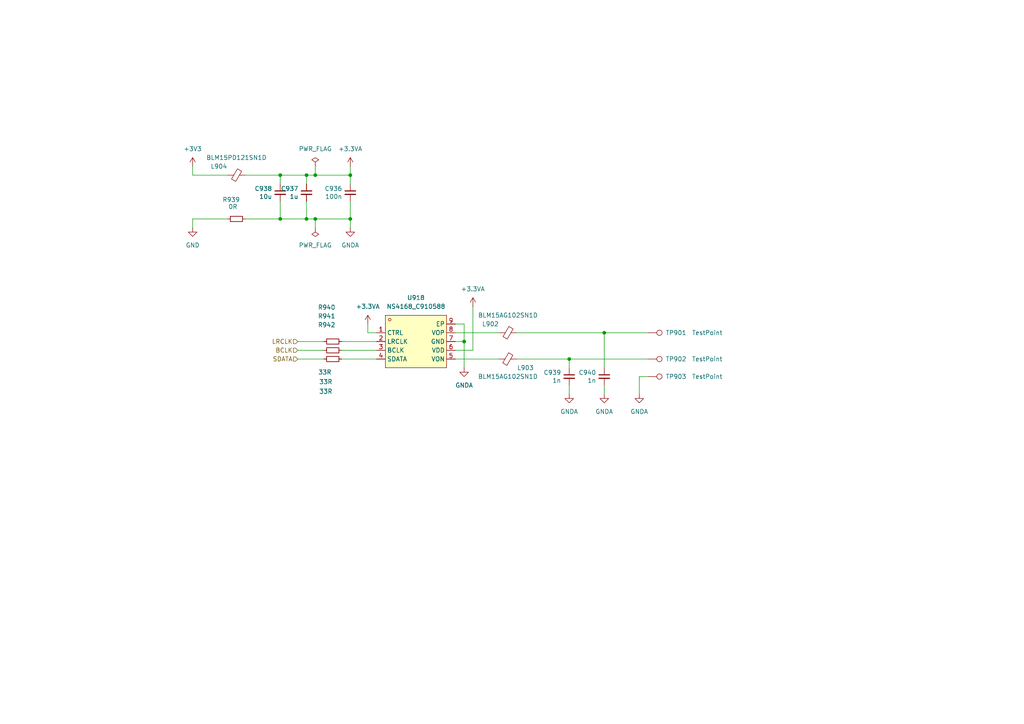
<source format=kicad_sch>
(kicad_sch (version 20231120) (generator "eeschema") (generator_version "8.0")
  (paper "A4")
  (lib_symbols
    (symbol "Connector:TestPoint" (pin_numbers hide) (pin_names (offset 0.762) hide)
      (property "Reference" "TP" (at 0 6.858 0))
      (property "Value" "TestPoint" (at 0 5.08 0))
      (symbol "TestPoint_0_1"
        (circle (center 0 3.302) (radius 0.762))
      )
      (symbol "TestPoint_1_1"
        (pin passive line (at 0 0 90) (length 2.54) (name "1") (number "1"))
      )
    )
    (symbol "power:+3.3VA" (power) (pin_numbers hide) (pin_names (offset 0) hide)
      (property "Value" "+3.3VA" (at 0 3.556 0))
      (symbol "+3.3VA_0_1"
        (polyline (pts (xy -0.762 1.27) (xy 0 2.54)))
        (polyline (pts (xy 0 0) (xy 0 2.54)))
        (polyline (pts (xy 0 2.54) (xy 0.762 1.27)))
      )
      (symbol "+3.3VA_1_1"
        (pin power_in line (at 0 0 90) (length 0) (name "~") (number "1"))
      )
    )
    (symbol "power:+3V3" (power) (pin_numbers hide) (pin_names (offset 0) hide)
      (property "Value" "+3V3" (at 0 3.556 0))
      (symbol "+3V3_0_1"
        (polyline (pts (xy -0.762 1.27) (xy 0 2.54)))
        (polyline (pts (xy 0 0) (xy 0 2.54)))
        (polyline (pts (xy 0 2.54) (xy 0.762 1.27)))
      )
      (symbol "+3V3_1_1"
        (pin power_in line (at 0 0 90) (length 0) (name "~") (number "1"))
      )
    )
    (symbol "power:GND" (power) (pin_numbers hide) (pin_names (offset 0) hide)
      (property "Value" "GND" (at 0 -3.81 0))
      (symbol "GND_0_1"
        (polyline (pts (xy 0 0) (xy 0 -1.27) (xy 1.27 -1.27) (xy 0 -2.54) (xy -1.27 -1.27) (xy 0 -1.27)))
      )
      (symbol "GND_1_1"
        (pin power_in line (at 0 0 270) (length 0) (name "~") (number "1"))
      )
    )
    (symbol "power:GNDA" (power) (pin_numbers hide) (pin_names (offset 0) hide)
      (property "Value" "GNDA" (at 0 -3.81 0))
      (symbol "GNDA_0_1"
        (polyline (pts (xy 0 0) (xy 0 -1.27) (xy 1.27 -1.27) (xy 0 -2.54) (xy -1.27 -1.27) (xy 0 -1.27)))
      )
      (symbol "GNDA_1_1"
        (pin power_in line (at 0 0 270) (length 0) (name "~") (number "1"))
      )
    )
    (symbol "power:PWR_FLAG" (power) (pin_numbers hide) (pin_names (offset 0) hide)
      (property "Value" "PWR_FLAG" (at 0 3.81 0))
      (symbol "PWR_FLAG_0_0"
        (pin power_out line (at 0 0 90) (length 0) (name "pwr") (number "1"))
      )
      (symbol "PWR_FLAG_0_1"
        (polyline (pts (xy 0 0) (xy 0 1.27) (xy -1.016 1.905) (xy 0 2.54) (xy 1.016 1.905) (xy 0 1.27)))
      )
    )
    (symbol "suku_basics:CAP" (pin_numbers hide) (pin_names (offset 0.254) hide)
      (property "Reference" "C" (at 0.254 1.778 0))
      (symbol "CAP_0_1"
        (polyline (pts (xy -1.524 -0.508) (xy 1.524 -0.508)) (stroke (width 0.3302)))
        (polyline (pts (xy -1.524 0.508) (xy 1.524 0.508)) (stroke (width 0.3048)))
      )
      (symbol "CAP_1_1"
        (pin passive line (at 0 2.54 270) (length 2.032) (name "~") (number "1"))
        (pin passive line (at 0 -2.54 90) (length 2.032) (name "~") (number "2"))
      )
    )
    (symbol "suku_basics:FERRIT" (pin_numbers hide) (pin_names (offset 0))
      (property "Reference" "FB" (at 1.905 1.27 0))
      (symbol "FERRIT_0_1"
        (polyline (pts (xy 0 -1.27) (xy 0 -0.7874)))
        (polyline (pts (xy 0 0.889) (xy 0 1.2954)))
        (polyline (pts (xy -1.8288 0.2794) (xy -1.1176 1.4986) (xy 1.8288 -0.2032) (xy 1.1176 -1.4224) (xy -1.8288 0.2794)))
      )
      (symbol "FERRIT_1_1"
        (pin passive line (at 0 2.54 270) (length 1.27) (name "~") (number "1"))
        (pin passive line (at 0 -2.54 90) (length 1.27) (name "~") (number "2"))
      )
    )
    (symbol "suku_basics:NS4168_C910588"
      (property "Reference" "U" (at 0 10.16 0))
      (property "Value" "NS4168_C910588" (at 0 -10.16 0))
      (symbol "NS4168_C910588_0_1"
        (rectangle (start -8.89 7.62) (end 8.89 -7.62) (fill (type background)))
        (circle (center -7.62 6.35) (radius 0.38))
        (pin unspecified line (at -11.43 2.54 0) (length 2.54) (name "CTRL") (number "1"))
        (pin unspecified line (at -11.43 0 0) (length 2.54) (name "LRCLK") (number "2"))
        (pin unspecified line (at -11.43 -2.54 0) (length 2.54) (name "BCLK") (number "3"))
        (pin unspecified line (at -11.43 -5.08 0) (length 2.54) (name "SDATA") (number "4"))
        (pin unspecified line (at 11.43 -5.08 180) (length 2.54) (name "VON") (number "5"))
        (pin unspecified line (at 11.43 -2.54 180) (length 2.54) (name "VDD") (number "6"))
        (pin unspecified line (at 11.43 0 180) (length 2.54) (name "GND") (number "7"))
        (pin unspecified line (at 11.43 2.54 180) (length 2.54) (name "VOP") (number "8"))
        (pin unspecified line (at 11.43 5.08 180) (length 2.54) (name "EP") (number "9"))
      )
    )
    (symbol "suku_basics:RES" (pin_numbers hide) (pin_names (offset 0.254) hide)
      (property "Reference" "R" (at 0.762 0.508 0))
      (symbol "RES_1_1"
        (rectangle (start -0.762 1.778) (end 0.762 -1.778) (stroke (width 0.2032)))
        (pin passive line (at 0 2.54 270) (length 0.762) (name "~") (number "1"))
        (pin passive line (at 0 -2.54 90) (length 0.762) (name "~") (number "2"))
      )
    )
  )
  (junction (at 88.9 50.8))
  (junction (at 91.44 63.5))
  (junction (at 91.44 50.8))
  (junction (at 175.26 96.52))
  (junction (at 88.9 63.5))
  (junction (at 165.1 104.14))
  (junction (at 101.6 63.5))
  (junction (at 134.62 99.06))
  (junction (at 81.28 63.5))
  (junction (at 81.28 50.8))
  (junction (at 101.6 50.8))
  (wire (pts (xy 88.9 50.8) (xy 91.44 50.8)))
  (wire (pts (xy 134.62 99.06) (xy 132.08 99.06)))
  (wire (pts (xy 81.28 63.5) (xy 71.12 63.5)))
  (wire (pts (xy 91.44 63.5) (xy 88.9 63.5)))
  (wire (pts (xy 149.86 96.52) (xy 175.26 96.52)))
  (wire (pts (xy 185.42 109.22) (xy 185.42 114.3)))
  (wire (pts (xy 175.26 96.52) (xy 175.26 106.68)))
  (wire (pts (xy 55.88 63.5) (xy 66.04 63.5)))
  (wire (pts (xy 132.08 104.14) (xy 144.78 104.14)))
  (wire (pts (xy 165.1 104.14) (xy 165.1 106.68)))
  (wire (pts (xy 175.26 111.76) (xy 175.26 114.3)))
  (wire (pts (xy 106.68 96.52) (xy 109.22 96.52)))
  (wire (pts (xy 134.62 106.68) (xy 134.62 99.06)))
  (wire (pts (xy 99.06 99.06) (xy 109.22 99.06)))
  (wire (pts (xy 88.9 63.5) (xy 81.28 63.5)))
  (wire (pts (xy 101.6 63.5) (xy 91.44 63.5)))
  (wire (pts (xy 81.28 58.42) (xy 81.28 63.5)))
  (wire (pts (xy 55.88 50.8) (xy 55.88 48.26)))
  (wire (pts (xy 88.9 58.42) (xy 88.9 63.5)))
  (wire (pts (xy 88.9 50.8) (xy 88.9 53.34)))
  (wire (pts (xy 91.44 63.5) (xy 91.44 66.04)))
  (wire (pts (xy 132.08 101.6) (xy 137.16 101.6)))
  (wire (pts (xy 99.06 104.14) (xy 109.22 104.14)))
  (wire (pts (xy 66.04 50.8) (xy 55.88 50.8)))
  (wire (pts (xy 81.28 50.8) (xy 71.12 50.8)))
  (wire (pts (xy 101.6 66.04) (xy 101.6 63.5)))
  (wire (pts (xy 88.9 50.8) (xy 81.28 50.8)))
  (wire (pts (xy 101.6 48.26) (xy 101.6 50.8)))
  (wire (pts (xy 137.16 88.9) (xy 137.16 101.6)))
  (wire (pts (xy 86.36 99.06) (xy 93.98 99.06)))
  (wire (pts (xy 91.44 48.26) (xy 91.44 50.8)))
  (wire (pts (xy 132.08 96.52) (xy 144.78 96.52)))
  (wire (pts (xy 106.68 93.98) (xy 106.68 96.52)))
  (wire (pts (xy 99.06 101.6) (xy 109.22 101.6)))
  (wire (pts (xy 91.44 50.8) (xy 101.6 50.8)))
  (wire (pts (xy 86.36 104.14) (xy 93.98 104.14)))
  (wire (pts (xy 134.62 99.06) (xy 134.62 93.98)))
  (wire (pts (xy 55.88 66.04) (xy 55.88 63.5)))
  (wire (pts (xy 165.1 104.14) (xy 187.96 104.14)))
  (wire (pts (xy 187.96 109.22) (xy 185.42 109.22)))
  (wire (pts (xy 81.28 53.34) (xy 81.28 50.8)))
  (wire (pts (xy 101.6 58.42) (xy 101.6 63.5)))
  (wire (pts (xy 175.26 96.52) (xy 187.96 96.52)))
  (wire (pts (xy 134.62 93.98) (xy 132.08 93.98)))
  (wire (pts (xy 165.1 111.76) (xy 165.1 114.3)))
  (wire (pts (xy 86.36 101.6) (xy 93.98 101.6)))
  (wire (pts (xy 149.86 104.14) (xy 165.1 104.14)))
  (wire (pts (xy 101.6 50.8) (xy 101.6 53.34)))
  (hierarchical_label "SDATA" (shape input) (at 86.36 104.14 180))
  (hierarchical_label "BCLK" (shape input) (at 86.36 101.6 180))
  (hierarchical_label "LRCLK" (shape input) (at 86.36 99.06 180))
  (symbol (lib_id "suku_basics:FERRIT") (at 68.58 50.8 270) (unit 1)
    (property "Reference" "L904" (at 63.5 48.26 90))
    (property "Value" "BLM15PD121SN1D" (at 68.58 45.72 90))
    (property "Footprint" "suku_basics:FERRIT_0402" (effects (hide yes)))
  )
  (symbol (lib_id "power:GNDA") (at 175.26 114.3 0) (unit 1)
    (property "Reference" "#PWR01098" (effects (hide yes)))
    (property "Value" "GNDA" (at 175.26 119.38 0))
    (property "Description" "Power symbol creates a global label with name \"GNDA\" , analog ground" (effects (hide yes)))
  )
  (symbol (lib_id "power:+3.3VA") (at 106.68 93.98 0) (unit 1)
    (property "Reference" "#PWR01096" (effects (hide yes)))
    (property "Value" "+3.3VA" (at 106.68 88.9 0))
    (property "Description" "Power symbol creates a global label with name \"+3.3VA\"" (effects (hide yes)))
  )
  (symbol (lib_id "power:GNDA") (at 165.1 114.3 0) (unit 1)
    (property "Reference" "#PWR01097" (effects (hide yes)))
    (property "Value" "GNDA" (at 165.1 119.38 0))
    (property "Description" "Power symbol creates a global label with name \"GNDA\" , analog ground" (effects (hide yes)))
  )
  (symbol (lib_id "power:GND") (at 55.88 66.04 0) (unit 1)
    (property "Reference" "#PWR0977" (effects (hide yes)))
    (property "Value" "GND" (at 55.88 71.12 0))
    (property "Description" "Power symbol creates a global label with name \"GND\" , ground" (effects (hide yes)))
  )
  (symbol (lib_id "suku_basics:CAP") (at 175.26 109.22 0) (mirror y) (unit 1)
    (property "Reference" "C940" (at 172.9232 108.0516 0) (effects (justify left)))
    (property "Value" "1n" (at 172.9232 110.363 0) (effects (justify left)))
    (property "Footprint" "suku_basics:CAP_0402" (effects (hide yes)))
  )
  (symbol (lib_id "suku_basics:CAP") (at 101.6 55.88 0) (mirror y) (unit 1)
    (property "Reference" "C936" (at 99.2632 54.7116 0) (effects (justify left)))
    (property "Value" "100n" (at 99.2632 57.023 0) (effects (justify left)))
    (property "Footprint" "suku_basics:CAP_0402" (effects (hide yes)))
  )
  (symbol (lib_id "suku_basics:RES") (at 96.52 104.14 90) (unit 1)
    (property "Reference" "R942" (at 94.742 94.234 90))
    (property "Value" "33R" (at 94.488 113.538 90))
    (property "Footprint" "suku_basics:RES_0402" (effects (hide yes)))
  )
  (symbol (lib_id "suku_basics:NS4168_C910588") (at 120.65 99.06 0) (unit 1)
    (property "Reference" "U918" (at 120.65 86.36 0))
    (property "Value" "NS4168_C910588" (at 120.65 88.9 0))
    (property "Footprint" "suku_basics:ESOP-8_L4.9-W3.9-P1.27-LS6.0-BL-EP" (effects (hide yes)))
    (property "LCSC Part" "C910588" (effects (hide yes)))
  )
  (symbol (lib_id "power:PWR_FLAG") (at 91.44 48.26 0) (unit 1)
    (property "Reference" "#FLG0901" (effects (hide yes)))
    (property "Value" "PWR_FLAG" (at 91.44 43.18 0))
    (property "Description" "Special symbol for telling ERC where power comes from" (effects (hide yes)))
  )
  (symbol (lib_id "power:GNDA") (at 185.42 114.3 0) (unit 1)
    (property "Reference" "#PWR01099" (effects (hide yes)))
    (property "Value" "GNDA" (at 185.42 119.38 0))
    (property "Description" "Power symbol creates a global label with name \"GNDA\" , analog ground" (effects (hide yes)))
  )
  (symbol (lib_id "power:+3.3VA") (at 137.16 88.9 0) (unit 1)
    (property "Reference" "#PWR01095" (effects (hide yes)))
    (property "Value" "+3.3VA" (at 137.16 83.82 0))
    (property "Description" "Power symbol creates a global label with name \"+3.3VA\"" (effects (hide yes)))
  )
  (symbol (lib_id "power:+3.3VA") (at 101.6 48.26 0) (unit 1)
    (property "Reference" "#PWR01091" (effects (hide yes)))
    (property "Value" "+3.3VA" (at 101.6 43.18 0))
    (property "Description" "Power symbol creates a global label with name \"+3.3VA\"" (effects (hide yes)))
  )
  (symbol (lib_id "Connector:TestPoint") (at 187.96 96.52 270) (unit 1)
    (property "Reference" "TP901" (at 193.04 96.52 90) (effects (justify left)))
    (property "Value" "TestPoint" (at 200.66 96.52 90) (effects (justify left)))
    (property "Footprint" "TestPoint:TestPoint_Pad_D1.0mm" (effects (hide yes)))
  )
  (symbol (lib_id "suku_basics:FERRIT") (at 147.32 96.52 270) (unit 1)
    (property "Reference" "L902" (at 142.24 93.98 90))
    (property "Value" "BLM15AG102SN1D" (at 147.32 91.44 90))
    (property "Footprint" "suku_basics:FERRIT_0402" (effects (hide yes)))
  )
  (symbol (lib_id "suku_basics:RES") (at 68.58 63.5 90) (unit 1)
    (property "Reference" "R939" (at 67.056 57.912 90))
    (property "Value" "0R" (at 67.564 59.944 90))
    (property "Footprint" "suku_basics:RES_0402" (effects (hide yes)))
  )
  (symbol (lib_id "suku_basics:FERRIT") (at 147.32 104.14 90) (unit 1)
    (property "Reference" "L903" (at 152.4 106.68 90))
    (property "Value" "BLM15AG102SN1D" (at 147.32 109.22 90))
    (property "Footprint" "suku_basics:FERRIT_0402" (effects (hide yes)))
  )
  (symbol (lib_id "suku_basics:RES") (at 96.52 101.6 90) (unit 1)
    (property "Reference" "R941" (at 94.742 91.694 90))
    (property "Value" "33R" (at 94.488 110.744 90))
    (property "Footprint" "suku_basics:RES_0402" (effects (hide yes)))
  )
  (symbol (lib_id "Connector:TestPoint") (at 187.96 104.14 270) (unit 1)
    (property "Reference" "TP902" (at 193.04 104.14 90) (effects (justify left)))
    (property "Value" "TestPoint" (at 200.66 104.14 90) (effects (justify left)))
    (property "Footprint" "TestPoint:TestPoint_Pad_D1.0mm" (effects (hide yes)))
  )
  (symbol (lib_id "suku_basics:RES") (at 96.52 99.06 90) (unit 1)
    (property "Reference" "R940" (at 94.742 89.154 90))
    (property "Value" "33R" (at 94.234 107.95 90))
    (property "Footprint" "suku_basics:RES_0402" (effects (hide yes)))
  )
  (symbol (lib_id "power:+3V3") (at 55.88 48.26 0) (unit 1)
    (property "Reference" "#PWR01089" (effects (hide yes)))
    (property "Value" "+3V3" (at 55.88 43.18 0))
    (property "Description" "Power symbol creates a global label with name \"+3V3\"" (effects (hide yes)))
  )
  (symbol (lib_id "suku_basics:CAP") (at 88.9 55.88 0) (mirror y) (unit 1)
    (property "Reference" "C937" (at 86.5632 54.7116 0) (effects (justify left)))
    (property "Value" "1u" (at 86.5632 57.023 0) (effects (justify left)))
    (property "Footprint" "suku_basics:CAP_0402" (effects (hide yes)))
  )
  (symbol (lib_id "Connector:TestPoint") (at 187.96 109.22 270) (unit 1)
    (property "Reference" "TP903" (at 193.04 109.22 90) (effects (justify left)))
    (property "Value" "TestPoint" (at 200.66 109.22 90) (effects (justify left)))
    (property "Footprint" "TestPoint:TestPoint_Pad_D1.0mm" (effects (hide yes)))
  )
  (symbol (lib_id "power:GNDA") (at 134.62 106.68 0) (unit 1)
    (property "Reference" "#PWR01093" (effects (hide yes)))
    (property "Value" "GNDA" (at 134.62 111.76 0))
    (property "Description" "Power symbol creates a global label with name \"GNDA\" , analog ground" (effects (hide yes)))
  )
  (symbol (lib_id "suku_basics:CAP") (at 165.1 109.22 0) (mirror y) (unit 1)
    (property "Reference" "C939" (at 162.7632 108.0516 0) (effects (justify left)))
    (property "Value" "1n" (at 162.7632 110.363 0) (effects (justify left)))
    (property "Footprint" "suku_basics:CAP_0402" (effects (hide yes)))
  )
  (symbol (lib_id "suku_basics:CAP") (at 81.28 55.88 0) (mirror y) (unit 1)
    (property "Reference" "C938" (at 78.9432 54.7116 0) (effects (justify left)))
    (property "Value" "10u" (at 78.9432 57.023 0) (effects (justify left)))
    (property "Footprint" "suku_basics:CAP_0402" (effects (hide yes)))
  )
  (symbol (lib_id "power:PWR_FLAG") (at 91.44 66.04 180) (unit 1)
    (property "Reference" "#FLG0902" (effects (hide yes)))
    (property "Value" "PWR_FLAG" (at 91.44 71.12 0))
    (property "Description" "Special symbol for telling ERC where power comes from" (effects (hide yes)))
  )
  (symbol (lib_id "power:GNDA") (at 101.6 66.04 0) (unit 1)
    (property "Reference" "#PWR01087" (effects (hide yes)))
    (property "Value" "GNDA" (at 101.6 71.12 0))
    (property "Description" "Power symbol creates a global label with name \"GNDA\" , analog ground" (effects (hide yes)))
  )
)
</source>
